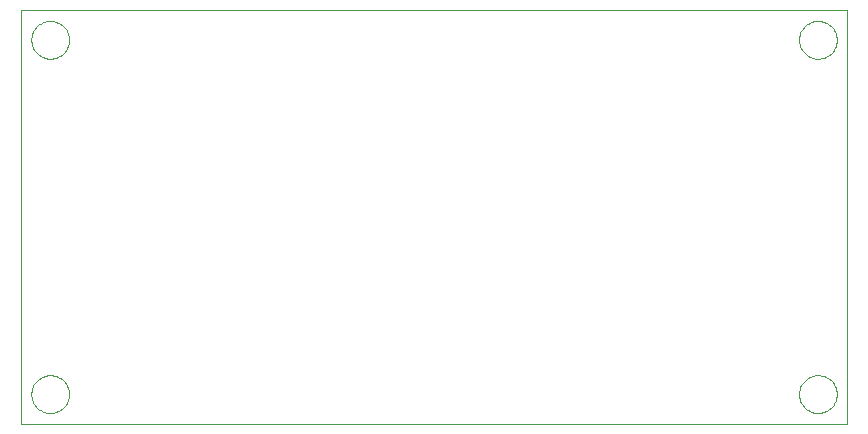
<source format=gbr>
G75*
G70*
%OFA0B0*%
%FSLAX24Y24*%
%IPPOS*%
%LPD*%
%AMOC8*
5,1,8,0,0,1.08239X$1,22.5*
%
%ADD10C,0.0000*%
D10*
X000100Y000444D02*
X000100Y014224D01*
X027659Y014224D01*
X027659Y000444D01*
X000100Y000444D01*
X000454Y001428D02*
X000456Y001478D01*
X000462Y001528D01*
X000472Y001577D01*
X000486Y001625D01*
X000503Y001672D01*
X000524Y001717D01*
X000549Y001761D01*
X000577Y001802D01*
X000609Y001841D01*
X000643Y001878D01*
X000680Y001912D01*
X000720Y001942D01*
X000762Y001969D01*
X000806Y001993D01*
X000852Y002014D01*
X000899Y002030D01*
X000947Y002043D01*
X000997Y002052D01*
X001046Y002057D01*
X001097Y002058D01*
X001147Y002055D01*
X001196Y002048D01*
X001245Y002037D01*
X001293Y002022D01*
X001339Y002004D01*
X001384Y001982D01*
X001427Y001956D01*
X001468Y001927D01*
X001507Y001895D01*
X001543Y001860D01*
X001575Y001822D01*
X001605Y001782D01*
X001632Y001739D01*
X001655Y001695D01*
X001674Y001649D01*
X001690Y001601D01*
X001702Y001552D01*
X001710Y001503D01*
X001714Y001453D01*
X001714Y001403D01*
X001710Y001353D01*
X001702Y001304D01*
X001690Y001255D01*
X001674Y001207D01*
X001655Y001161D01*
X001632Y001117D01*
X001605Y001074D01*
X001575Y001034D01*
X001543Y000996D01*
X001507Y000961D01*
X001468Y000929D01*
X001427Y000900D01*
X001384Y000874D01*
X001339Y000852D01*
X001293Y000834D01*
X001245Y000819D01*
X001196Y000808D01*
X001147Y000801D01*
X001097Y000798D01*
X001046Y000799D01*
X000997Y000804D01*
X000947Y000813D01*
X000899Y000826D01*
X000852Y000842D01*
X000806Y000863D01*
X000762Y000887D01*
X000720Y000914D01*
X000680Y000944D01*
X000643Y000978D01*
X000609Y001015D01*
X000577Y001054D01*
X000549Y001095D01*
X000524Y001139D01*
X000503Y001184D01*
X000486Y001231D01*
X000472Y001279D01*
X000462Y001328D01*
X000456Y001378D01*
X000454Y001428D01*
X000454Y013239D02*
X000456Y013289D01*
X000462Y013339D01*
X000472Y013388D01*
X000486Y013436D01*
X000503Y013483D01*
X000524Y013528D01*
X000549Y013572D01*
X000577Y013613D01*
X000609Y013652D01*
X000643Y013689D01*
X000680Y013723D01*
X000720Y013753D01*
X000762Y013780D01*
X000806Y013804D01*
X000852Y013825D01*
X000899Y013841D01*
X000947Y013854D01*
X000997Y013863D01*
X001046Y013868D01*
X001097Y013869D01*
X001147Y013866D01*
X001196Y013859D01*
X001245Y013848D01*
X001293Y013833D01*
X001339Y013815D01*
X001384Y013793D01*
X001427Y013767D01*
X001468Y013738D01*
X001507Y013706D01*
X001543Y013671D01*
X001575Y013633D01*
X001605Y013593D01*
X001632Y013550D01*
X001655Y013506D01*
X001674Y013460D01*
X001690Y013412D01*
X001702Y013363D01*
X001710Y013314D01*
X001714Y013264D01*
X001714Y013214D01*
X001710Y013164D01*
X001702Y013115D01*
X001690Y013066D01*
X001674Y013018D01*
X001655Y012972D01*
X001632Y012928D01*
X001605Y012885D01*
X001575Y012845D01*
X001543Y012807D01*
X001507Y012772D01*
X001468Y012740D01*
X001427Y012711D01*
X001384Y012685D01*
X001339Y012663D01*
X001293Y012645D01*
X001245Y012630D01*
X001196Y012619D01*
X001147Y012612D01*
X001097Y012609D01*
X001046Y012610D01*
X000997Y012615D01*
X000947Y012624D01*
X000899Y012637D01*
X000852Y012653D01*
X000806Y012674D01*
X000762Y012698D01*
X000720Y012725D01*
X000680Y012755D01*
X000643Y012789D01*
X000609Y012826D01*
X000577Y012865D01*
X000549Y012906D01*
X000524Y012950D01*
X000503Y012995D01*
X000486Y013042D01*
X000472Y013090D01*
X000462Y013139D01*
X000456Y013189D01*
X000454Y013239D01*
X026045Y013239D02*
X026047Y013289D01*
X026053Y013339D01*
X026063Y013388D01*
X026077Y013436D01*
X026094Y013483D01*
X026115Y013528D01*
X026140Y013572D01*
X026168Y013613D01*
X026200Y013652D01*
X026234Y013689D01*
X026271Y013723D01*
X026311Y013753D01*
X026353Y013780D01*
X026397Y013804D01*
X026443Y013825D01*
X026490Y013841D01*
X026538Y013854D01*
X026588Y013863D01*
X026637Y013868D01*
X026688Y013869D01*
X026738Y013866D01*
X026787Y013859D01*
X026836Y013848D01*
X026884Y013833D01*
X026930Y013815D01*
X026975Y013793D01*
X027018Y013767D01*
X027059Y013738D01*
X027098Y013706D01*
X027134Y013671D01*
X027166Y013633D01*
X027196Y013593D01*
X027223Y013550D01*
X027246Y013506D01*
X027265Y013460D01*
X027281Y013412D01*
X027293Y013363D01*
X027301Y013314D01*
X027305Y013264D01*
X027305Y013214D01*
X027301Y013164D01*
X027293Y013115D01*
X027281Y013066D01*
X027265Y013018D01*
X027246Y012972D01*
X027223Y012928D01*
X027196Y012885D01*
X027166Y012845D01*
X027134Y012807D01*
X027098Y012772D01*
X027059Y012740D01*
X027018Y012711D01*
X026975Y012685D01*
X026930Y012663D01*
X026884Y012645D01*
X026836Y012630D01*
X026787Y012619D01*
X026738Y012612D01*
X026688Y012609D01*
X026637Y012610D01*
X026588Y012615D01*
X026538Y012624D01*
X026490Y012637D01*
X026443Y012653D01*
X026397Y012674D01*
X026353Y012698D01*
X026311Y012725D01*
X026271Y012755D01*
X026234Y012789D01*
X026200Y012826D01*
X026168Y012865D01*
X026140Y012906D01*
X026115Y012950D01*
X026094Y012995D01*
X026077Y013042D01*
X026063Y013090D01*
X026053Y013139D01*
X026047Y013189D01*
X026045Y013239D01*
X026045Y001428D02*
X026047Y001478D01*
X026053Y001528D01*
X026063Y001577D01*
X026077Y001625D01*
X026094Y001672D01*
X026115Y001717D01*
X026140Y001761D01*
X026168Y001802D01*
X026200Y001841D01*
X026234Y001878D01*
X026271Y001912D01*
X026311Y001942D01*
X026353Y001969D01*
X026397Y001993D01*
X026443Y002014D01*
X026490Y002030D01*
X026538Y002043D01*
X026588Y002052D01*
X026637Y002057D01*
X026688Y002058D01*
X026738Y002055D01*
X026787Y002048D01*
X026836Y002037D01*
X026884Y002022D01*
X026930Y002004D01*
X026975Y001982D01*
X027018Y001956D01*
X027059Y001927D01*
X027098Y001895D01*
X027134Y001860D01*
X027166Y001822D01*
X027196Y001782D01*
X027223Y001739D01*
X027246Y001695D01*
X027265Y001649D01*
X027281Y001601D01*
X027293Y001552D01*
X027301Y001503D01*
X027305Y001453D01*
X027305Y001403D01*
X027301Y001353D01*
X027293Y001304D01*
X027281Y001255D01*
X027265Y001207D01*
X027246Y001161D01*
X027223Y001117D01*
X027196Y001074D01*
X027166Y001034D01*
X027134Y000996D01*
X027098Y000961D01*
X027059Y000929D01*
X027018Y000900D01*
X026975Y000874D01*
X026930Y000852D01*
X026884Y000834D01*
X026836Y000819D01*
X026787Y000808D01*
X026738Y000801D01*
X026688Y000798D01*
X026637Y000799D01*
X026588Y000804D01*
X026538Y000813D01*
X026490Y000826D01*
X026443Y000842D01*
X026397Y000863D01*
X026353Y000887D01*
X026311Y000914D01*
X026271Y000944D01*
X026234Y000978D01*
X026200Y001015D01*
X026168Y001054D01*
X026140Y001095D01*
X026115Y001139D01*
X026094Y001184D01*
X026077Y001231D01*
X026063Y001279D01*
X026053Y001328D01*
X026047Y001378D01*
X026045Y001428D01*
M02*

</source>
